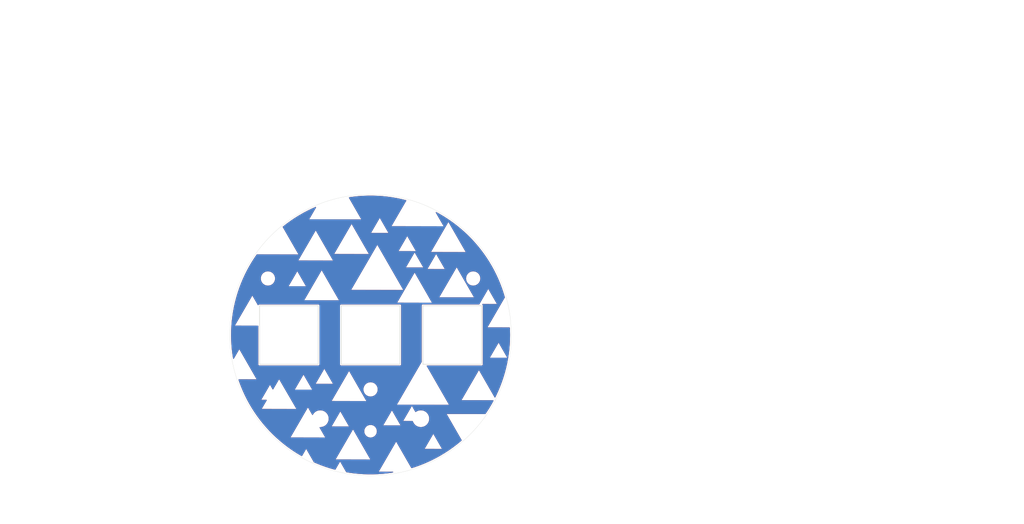
<source format=kicad_pcb>
(kicad_pcb (version 20221018) (generator pcbnew)
  (title_block (title "RP2040 Minimal Design Example") (date "2020-07-13") (rev "REV1") (company "Raspberry Pi (Trading) Ltd"))
  (layers (0 "F.Cu" signal) (31 "B.Cu" signal) (34 "B.Paste" user) (35 "F.Paste" user) (36 "B.SilkS" user "B.Silkscreen") (37 "F.SilkS" user "F.Silkscreen") (38 "B.Mask" user) (39 "F.Mask" user) (44 "Edge.Cuts" user))
  (net 0 "")
  (net 1 "GND")
  (footprint "Button_Switch_Keyboard:SW_Lekker_1.00u_Plate" (layer "F.Cu") (at 80.5 100)
    (fp_text reference "REF**" hide)
    (fp_text value "SW_Lekker_1.00u_Plate")
    (fp_rect (start -7 -7) (end 7 7) (stroke (width 0.12)) (fill none) (layer "Edge.Cuts"))
  )
  (footprint "Button_Switch_Keyboard:SW_Lekker_1.00u_Plate" (layer "F.Cu") (at 100 100)
    (fp_text reference "REF**" hide)
    (fp_text value "SW_Lekker_1.00u_Plate")
    (fp_rect (start -7 -7) (end 7 7) (stroke (width 0.12)) (fill none) (layer "Edge.Cuts"))
  )
  (footprint "MountingHole:MountingHole_3.7mm" (layer "F.Cu") (at 88 120)
    (fp_text reference "REF**" hide)
    (fp_text value "MountingHole_3.7mm")
    (pad "" np_thru_hole circle (at 0 0) (size 3.8 3.8) (drill 3.8) (layers "F&B.Cu" "*.Mask"))
  )
  (footprint "MountingHole:MountingHole_3.7mm" (layer "F.Cu") (at 112 120)
    (fp_text reference "REF**" hide)
    (fp_text value "MountingHole_3.7mm")
    (pad "" np_thru_hole circle (at 0 0) (size 3.8 3.8) (drill 3.8) (layers "*.Cu" "*.Mask"))
  )
  (footprint "Button_Switch_Keyboard:SW_Lekker_1.00u_Plate" (layer "F.Cu") (at 119.5 100)
    (fp_text reference "REF**" hide)
    (fp_text value "SW_Lekker_1.00u_Plate")
    (fp_rect (start -7 -7) (end 7 7) (stroke (width 0.12)) (fill none) (layer "Edge.Cuts"))
  )
  (footprint "MountingHole:MountingHole_2.7mm" (layer "F.Cu") (at 100 123)
    (fp_text reference "REF**" hide)
    (fp_text value "MountingHole_2.7mm")
    (pad "" np_thru_hole circle (at 0 0) (size 2.8 2.8) (drill 2.8) (layers "F&B.Cu" "*.Mask"))
  )
  (footprint "MountingHole:MountingHole_3.2mm_M3" (layer "B.Cu") (at 100 113 180)
    (fp_text reference "H3" hide)
    (fp_text value "MountingHole_3.2mm_M3")
    (pad "" np_thru_hole circle (at 0 0 180) (size 3.2 3.2) (drill 3.2) (layers "*.Cu" "*.Mask"))
  )
  (footprint "MountingHole:MountingHole_3.2mm_M3" (layer "B.Cu") (at 124.5 86.5 180)
    (fp_text reference "H2" hide)
    (fp_text value "MountingHole_3.2mm_M3")
    (pad "" np_thru_hole circle (at 0 0 180) (size 3.2 3.2) (drill 3.2) (layers "*.Cu" "*.Mask"))
  )
  (footprint "MountingHole:MountingHole_3.2mm_M3" (layer "B.Cu") (at 75.5 86.5 180)
    (fp_text reference "H1" hide)
    (fp_text value "MountingHole_3.2mm_M3")
    (pad "" np_thru_hole circle (at 0 0 180) (size 3.2 3.2) (drill 3.2) (layers "*.Cu" "*.Mask"))
  )
  (gr_circle (center 100 100) (end 133.6 100) (stroke (width 0.05)) (fill none) (layer "Edge.Cuts"))
  (zone (net 0) (net_name "") (layers "F&B.Cu") (connect_pads (clearance 0)) (min_thickness 0.25)
    (keepout (tracks not_allowed) (vias not_allowed) (pads not_allowed) (copperpour not_allowed) (footprints allowed))
    (fill (thermal_gap 0.5) (thermal_bridge_width 0.5))
    (polygon (pts (xy 82.51 84.77) (xy 80.429159 88.356133) (xy 84.575262 88.365128)))
  )
  (zone (net 0) (net_name "") (layers "F&B.Cu") (connect_pads (clearance 0)) (min_thickness 0.25)
    (keepout (tracks not_allowed) (vias not_allowed) (pads not_allowed) (copperpour not_allowed) (footprints allowed))
    (fill (thermal_gap 0.5) (thermal_bridge_width 0.5))
    (polygon (pts (xy 22.495944 41.412769) (xy 26.657626 34.240505) (xy 30.78815 41.430759)))
  )
  (zone (net 0) (net_name "") (layers "F&B.Cu") (connect_pads (clearance 0)) (min_thickness 0.25)
    (keepout (tracks not_allowed) (vias not_allowed) (pads not_allowed) (copperpour not_allowed) (footprints allowed))
    (fill (thermal_gap 0.5) (thermal_bridge_width 0.5))
    (polygon (pts (xy 75.990841 111.903867) (xy 73.91 115.49) (xy 78.056103 115.498995)))
  )
  (zone (net 0) (net_name "") (layers "F&B.Cu") (connect_pads (clearance 0)) (min_thickness 0.25)
    (keepout (tracks not_allowed) (vias not_allowed) (pads not_allowed) (copperpour not_allowed) (footprints allowed))
    (fill (thermal_gap 0.5) (thermal_bridge_width 0.5))
    (polygon (pts (xy 84.630841 127.223867) (xy 82.55 130.81) (xy 86.696103 130.818995)))
  )
  (zone (net 0) (net_name "") (layers "F&B.Cu") (connect_pads (clearance 0)) (min_thickness 0.25)
    (keepout (tracks not_allowed) (vias not_allowed) (pads not_allowed) (copperpour not_allowed) (footprints allowed))
    (fill (thermal_gap 0.5) (thermal_bridge_width 0.5))
    (polygon (pts (xy 130.564738 101.844872) (xy 128.483897 105.431005) (xy 132.63 105.44)))
  )
  (zone (net 0) (net_name "") (layers "F&B.Cu") (connect_pads (clearance 0)) (min_thickness 0.25)
    (keepout (tracks not_allowed) (vias not_allowed) (pads not_allowed) (copperpour not_allowed) (footprints allowed))
    (fill (thermal_gap 0.5) (thermal_bridge_width 0.5))
    (polygon (pts (xy 91.652651 129.732753) (xy 95.814333 122.560489) (xy 99.944857 129.750743)))
  )
  (zone (net 0) (net_name "") (layers "F&B.Cu") (connect_pads (clearance 0)) (min_thickness 0.25)
    (keepout (tracks not_allowed) (vias not_allowed) (pads not_allowed) (copperpour not_allowed) (footprints allowed))
    (fill (thermal_gap 0.5) (thermal_bridge_width 0.5))
    (polygon (pts (xy 198.594738 52.284872) (xy 196.513897 55.871005) (xy 200.66 55.88)))
  )
  (zone (net 0) (net_name "") (layers "F&B.Cu") (connect_pads (clearance 0)) (min_thickness 0.25)
    (keepout (tracks not_allowed) (vias not_allowed) (pads not_allowed) (copperpour not_allowed) (footprints allowed))
    (fill (thermal_gap 0.5) (thermal_bridge_width 0.5))
    (polygon (pts (xy 44.015589 42.16402) (xy 52.338953 27.819492) (xy 60.6 42.2)))
  )
  (zone (net 0) (net_name "") (layers "F&B.Cu") (connect_pads (clearance 0)) (min_thickness 0.25)
    (keepout (tracks not_allowed) (vias not_allowed) (pads not_allowed) (copperpour not_allowed) (footprints allowed))
    (fill (thermal_gap 0.5) (thermal_bridge_width 0.5))
    (polygon (pts (xy 95.372257 89.222239) (xy 101.61478 78.463842) (xy 107.810566 89.249224)))
  )
  (zone (net 0) (net_name "") (layers "F&B.Cu") (connect_pads (clearance 0)) (min_thickness 0.25)
    (keepout (tracks not_allowed) (vias not_allowed) (pads not_allowed) (copperpour not_allowed) (footprints allowed))
    (fill (thermal_gap 0.5) (thermal_bridge_width 0.5))
    (polygon (pts (xy 109.868388 116.962351) (xy 107.787547 120.548484) (xy 111.93365 120.557479)))
  )
  (zone (net 0) (net_name "") (layers "F&B.Cu") (connect_pads (clearance 0)) (min_thickness 0.25)
    (keepout (tracks not_allowed) (vias not_allowed) (pads not_allowed) (copperpour not_allowed) (footprints allowed))
    (fill (thermal_gap 0.5) (thermal_bridge_width 0.5))
    (polygon (pts (xy 106.282287 116.655212) (xy 112.52481 105.896815) (xy 118.720596 116.682197)))
  )
  (zone (net 0) (net_name "") (layers "F&B.Cu") (connect_pads (clearance 0)) (min_thickness 0.25)
    (keepout (tracks not_allowed) (vias not_allowed) (pads not_allowed) (copperpour not_allowed) (footprints allowed))
    (fill (thermal_gap 0.5) (thermal_bridge_width 0.5))
    (polygon (pts (xy 108.754738 76.374872) (xy 106.673897 79.961005) (xy 110.82 79.97)))
  )
  (zone (net 0) (net_name "") (layers "F&B.Cu") (connect_pads (clearance 0)) (min_thickness 0.25)
    (keepout (tracks not_allowed) (vias not_allowed) (pads not_allowed) (copperpour not_allowed) (footprints allowed))
    (fill (thermal_gap 0.5) (thermal_bridge_width 0.5))
    (polygon (pts (xy 21.372114 56.890007) (xy 27.614637 46.13161) (xy 33.810423 56.916992)))
  )
  (zone (net 0) (net_name "") (layers "F&B.Cu") (connect_pads (clearance 0)) (min_thickness 0.25)
    (keepout (tracks not_allowed) (vias not_allowed) (pads not_allowed) (copperpour not_allowed) (footprints allowed))
    (fill (thermal_gap 0.5) (thermal_bridge_width 0.5))
    (polygon (pts (xy 12.695944 57.012769) (xy 16.857626 49.840505) (xy 20.98815 57.030759)))
  )
  (zone (net 0) (net_name "") (layers "F&B.Cu") (connect_pads (clearance 0)) (min_thickness 0.25)
    (keepout (tracks not_allowed) (vias not_allowed) (pads not_allowed) (copperpour not_allowed) (footprints allowed))
    (fill (thermal_gap 0.5) (thermal_bridge_width 0.5))
    (polygon (pts (xy 90.707794 115.78201) (xy 94.869476 108.609746) (xy 99 115.8)))
  )
  (zone (net 0) (net_name "") (layers "F&B.Cu") (connect_pads (clearance 0)) (min_thickness 0.25)
    (keepout (tracks not_allowed) (vias not_allowed) (pads not_allowed) (copperpour not_allowed) (footprints allowed))
    (fill (thermal_gap 0.5) (thermal_bridge_width 0.5))
    (polygon (pts (xy 87.03 77.35) (xy 84.949159 80.936133) (xy 89.095262 80.945128)))
  )
  (zone (net 0) (net_name "") (layers "F&B.Cu") (connect_pads (clearance 0)) (min_thickness 0.25)
    (keepout (tracks not_allowed) (vias not_allowed) (pads not_allowed) (copperpour not_allowed) (footprints allowed))
    (fill (thermal_gap 0.5) (thermal_bridge_width 0.5))
    (polygon (pts (xy 92.724738 130.244872) (xy 90.643897 133.831005) (xy 94.79 133.84)))
  )
  (zone (net 0) (net_name "") (layers "F&B.Cu") (connect_pads (clearance 0)) (min_thickness 0.25)
    (keepout (tracks not_allowed) (vias not_allowed) (pads not_allowed) (copperpour not_allowed) (footprints allowed))
    (fill (thermal_gap 0.5) (thermal_bridge_width 0.5))
    (polygon (pts (xy 101.696491 83.493505) (xy 99.61565 87.079638) (xy 103.761753 87.088633)))
  )
  (zone (net 0) (net_name "") (layers "F&B.Cu") (connect_pads (clearance 0)) (min_thickness 0.25)
    (keepout (tracks not_allowed) (vias not_allowed) (pads not_allowed) (copperpour not_allowed) (footprints allowed))
    (fill (thermal_gap 0.5) (thermal_bridge_width 0.5))
    (polygon (pts (xy 34.215589 57.76402) (xy 42.538953 43.419492) (xy 50.8 57.8)))
  )
  (zone (net 0) (net_name "") (layers "F&B.Cu") (connect_pads (clearance 0)) (min_thickness 0.25)
    (keepout (tracks not_allowed) (vias not_allowed) (pads not_allowed) (copperpour not_allowed) (footprints allowed))
    (fill (thermal_gap 0.5) (thermal_bridge_width 0.5))
    (polygon (pts (xy 105.1 118.02) (xy 103.019159 121.606133) (xy 107.165262 121.615128)))
  )
  (zone (net 0) (net_name "") (layers "F&B.Cu") (connect_pads (clearance 0)) (min_thickness 0.25)
    (keepout (tracks not_allowed) (vias not_allowed) (pads not_allowed) (copperpour not_allowed) (footprints allowed))
    (fill (thermal_gap 0.5) (thermal_bridge_width 0.5))
    (polygon (pts (xy 92.250841 66.263867) (xy 90.17 69.85) (xy 94.316103 69.858995)))
  )
  (zone (net 0) (net_name "") (layers "F&B.Cu") (connect_pads (clearance 0)) (min_thickness 0.25)
    (keepout (tracks not_allowed) (vias not_allowed) (pads not_allowed) (copperpour not_allowed) (footprints allowed))
    (fill (thermal_gap 0.5) (thermal_bridge_width 0.5))
    (polygon (pts (xy 31.172114 41.290007) (xy 37.414637 30.53161) (xy 43.610423 41.316992)))
  )
  (zone (net 0) (net_name "") (layers "F&B.Cu") (connect_pads (clearance 0)) (min_thickness 0.25)
    (keepout (tracks not_allowed) (vias not_allowed) (pads not_allowed) (copperpour not_allowed) (footprints allowed))
    (fill (thermal_gap 0.5) (thermal_bridge_width 0.5))
    (polygon (pts (xy 88.964738 108.084872) (xy 86.883897 111.671005) (xy 91.03 111.68)))
  )
  (zone (net 0) (net_name "") (layers "F&B.Cu") (connect_pads (clearance 0)) (min_thickness 0.25)
    (keepout (tracks not_allowed) (vias not_allowed) (pads not_allowed) (copperpour not_allowed) (footprints allowed))
    (fill (thermal_gap 0.5) (thermal_bridge_width 0.5))
    (polygon (pts (xy 110.52 80.28) (xy 108.439159 83.866133) (xy 112.585262 83.875128)))
  )
  (zone (net 0) (net_name "") (layers "F&B.Cu") (connect_pads (clearance 0)) (min_thickness 0.25)
    (keepout (tracks not_allowed) (vias not_allowed) (pads not_allowed) (copperpour not_allowed) (footprints allowed))
    (fill (thermal_gap 0.5) (thermal_bridge_width 0.5))
    (polygon (pts (xy 86.215589 42.96402) (xy 94.538953 28.619492) (xy 102.8 43)))
  )
  (zone (net 0) (net_name "") (layers "F&B.Cu") (connect_pads (clearance 0)) (min_thickness 0.25)
    (keepout (tracks not_allowed) (vias not_allowed) (pads not_allowed) (copperpour not_allowed) (footprints allowed))
    (fill (thermal_gap 0.5) (thermal_bridge_width 0.5))
    (polygon (pts (xy 85.351691 72.363015) (xy 91.594214 61.604618) (xy 97.79 72.39)))
  )
  (zone (net 0) (net_name "") (layers "F&B.Cu") (connect_pads (clearance 0)) (min_thickness 0.25)
    (keepout (tracks not_allowed) (vias not_allowed) (pads not_allowed) (copperpour not_allowed) (footprints allowed))
    (fill (thermal_gap 0.5) (thermal_bridge_width 0.5))
    (polygon (pts (xy 83.994738 109.474872) (xy 81.913897 113.061005) (xy 86.06 113.07)))
  )
  (zone (net 0) (net_name "") (layers "F&B.Cu") (connect_pads (clearance 0)) (min_thickness 0.25)
    (keepout (tracks not_allowed) (vias not_allowed) (pads not_allowed) (copperpour not_allowed) (footprints allowed))
    (fill (thermal_gap 0.5) (thermal_bridge_width 0.5))
    (polygon (pts (xy 112.314488 43.849502) (xy 118.557011 33.091105) (xy 124.752797 43.876487)))
  )
  (zone (net 1) (net_name "GND") (layers "F&B.Cu") (priority 1) (connect_pads (clearance 0.2)) (min_thickness 0.2) (fill yes (thermal_gap 0.3) (thermal_bridge_width 0.3))
    (polygon (pts (xy 144.67 145.16) (xy 57.89 144.39) (xy 56.8 56.69) (xy 143.92 57.05)))
  )
  (zone (net 0) (net_name "") (layers "F&B.Cu") (connect_pads (clearance 0)) (min_thickness 0.25)
    (keepout (tracks not_allowed) (vias not_allowed) (pads not_allowed) (copperpour not_allowed) (footprints allowed))
    (fill (thermal_gap 0.5) (thermal_bridge_width 0.5))
    (polygon (pts (xy 115.653778 80.658777) (xy 113.572937 84.24491) (xy 117.71904 84.253905)))
  )
  (zone (net 0) (net_name "") (layers "F&B.Cu") (connect_pads (clearance 0)) (min_thickness 0.25)
    (keepout (tracks not_allowed) (vias not_allowed) (pads not_allowed) (copperpour not_allowed) (footprints allowed))
    (fill (thermal_gap 0.5) (thermal_bridge_width 0.5))
    (polygon (pts (xy 112.845334 110.547069) (xy 110.764493 114.133202) (xy 114.910596 114.142197)))
  )
  (zone (net 0) (net_name "") (layers "F&B.Cu") (connect_pads (clearance 0)) (min_thickness 0.25)
    (keepout (tracks not_allowed) (vias not_allowed) (pads not_allowed) (copperpour not_allowed) (footprints allowed))
    (fill (thermal_gap 0.5) (thermal_bridge_width 0.5))
    (polygon (pts (xy 102.2 72.03) (xy 100.119159 75.616133) (xy 104.265262 75.625128)))
  )
  (zone (net 0) (net_name "") (layers "F&B.Cu") (connect_pads (clearance 0)) (min_thickness 0.25)
    (keepout (tracks not_allowed) (vias not_allowed) (pads not_allowed) (copperpour not_allowed) (footprints allowed))
    (fill (thermal_gap 0.5) (thermal_bridge_width 0.5))
    (polygon (pts (xy 114.422937 80.176207) (xy 118.584619 73.003943) (xy 122.715143 80.194197)))
  )
  (zone (net 0) (net_name "") (layers "F&B.Cu") (connect_pads (clearance 0)) (min_thickness 0.25)
    (keepout (tracks not_allowed) (vias not_allowed) (pads not_allowed) (copperpour not_allowed) (footprints allowed))
    (fill (thermal_gap 0.5) (thermal_bridge_width 0.5))
    (polygon (pts (xy 130.596005 118.897945) (xy 124.353482 129.656342) (xy 118.157696 118.87096)))
  )
  (zone (net 0) (net_name "") (layers "F&B.Cu") (connect_pads (clearance 0)) (min_thickness 0.25)
    (keepout (tracks not_allowed) (vias not_allowed) (pads not_allowed) (copperpour not_allowed) (footprints allowed))
    (fill (thermal_gap 0.5) (thermal_bridge_width 0.5))
    (polygon (pts (xy 193.514738 44.664872) (xy 191.433897 48.251005) (xy 195.58 48.26)))
  )
  (zone (net 0) (net_name "") (layers "F&B.Cu") (connect_pads (clearance 0)) (min_thickness 0.25)
    (keepout (tracks not_allowed) (vias not_allowed) (pads not_allowed) (copperpour not_allowed) (footprints allowed))
    (fill (thermal_gap 0.5) (thermal_bridge_width 0.5))
    (polygon (pts (xy 114.984738 123.634872) (xy 112.903897 127.221005) (xy 117.05 127.23)))
  )
  (zone (net 0) (net_name "") (layers "F&B.Cu") (connect_pads (clearance 0)) (min_thickness 0.25)
    (keepout (tracks not_allowed) (vias not_allowed) (pads not_allowed) (copperpour not_allowed) (footprints allowed))
    (fill (thermal_gap 0.5) (thermal_bridge_width 0.5))
    (polygon (pts (xy 92.785422 118.267193) (xy 90.704581 121.853326) (xy 94.850684 121.862321)))
  )
  (zone (net 0) (net_name "") (layers "F&B.Cu") (connect_pads (clearance 0)) (min_thickness 0.25)
    (keepout (tracks not_allowed) (vias not_allowed) (pads not_allowed) (copperpour not_allowed) (footprints allowed))
    (fill (thermal_gap 0.5) (thermal_bridge_width 0.5))
    (polygon (pts (xy 198.594738 47.204872) (xy 196.513897 50.791005) (xy 200.66 50.8)))
  )
  (zone (net 0) (net_name "") (layers "F&B.Cu") (connect_pads (clearance 0)) (min_thickness 0.25)
    (keepout (tracks not_allowed) (vias not_allowed) (pads not_allowed) (copperpour not_allowed) (footprints allowed))
    (fill (thermal_gap 0.5) (thermal_bridge_width 0.5))
    (polygon (pts (xy 84.168318 91.702264) (xy 88.33 84.53) (xy 92.460524 91.720254)))
  )
  (zone (net 0) (net_name "") (layers "F&B.Cu") (connect_pads (clearance 0)) (min_thickness 0.25)
    (keepout (tracks not_allowed) (vias not_allowed) (pads not_allowed) (copperpour not_allowed) (footprints allowed))
    (fill (thermal_gap 0.5) (thermal_bridge_width 0.5))
    (polygon (pts (xy 128.094738 89.004872) (xy 126.013897 92.591005) (xy 130.16 92.6)))
  )
  (zone (net 0) (net_name "") (layers "F&B.Cu" "B.SilkS") (connect_pads (clearance 0)) (min_thickness 0.25)
    (keepout (tracks not_allowed) (vias not_allowed) (pads not_allowed) (copperpour not_allowed) (footprints allowed))
    (fill (thermal_gap 0.5) (thermal_bridge_width 0.5))
    (polygon (pts (xy 82.747799 82.198731) (xy 86.909481 75.026467) (xy 91.040005 82.216721)))
  )
  (zone (net 0) (net_name "") (layers "F&B.Cu" "F.Mask") (connect_pads (clearance 0)) (min_thickness 0.25)
    (keepout (tracks not_allowed) (vias not_allowed) (pads not_allowed) (copperpour not_allowed) (footprints allowed))
    (fill (thermal_gap 0.5) (thermal_bridge_width 0.5))
    (polygon (pts (xy 105 74) (xy 111.242523 63.241603) (xy 117.438309 74.026985)))
  )
  (zone (net 0) (net_name "") (layers "F&B.Cu" "F.Mask") (connect_pads (clearance 0)) (min_thickness 0.25)
    (keepout (tracks not_allowed) (vias not_allowed) (pads not_allowed) (copperpour not_allowed) (footprints allowed))
    (fill (thermal_gap 0.5) (thermal_bridge_width 0.5))
    (polygon (pts (xy 116.4 91) (xy 120.561682 83.827736) (xy 124.692206 91.01799)))
  )
  (zone (net 0) (net_name "") (layers "F&B.Cu" "F.Mask") (connect_pads (clearance 0)) (min_thickness 0.25)
    (keepout (tracks not_allowed) (vias not_allowed) (pads not_allowed) (copperpour not_allowed) (footprints allowed))
    (fill (thermal_gap 0.5) (thermal_bridge_width 0.5))
    (polygon (pts (xy 227.625312 54.90166) (xy 235.948676 40.557132) (xy 244.209723 54.93764)))
  )
  (zone (net 0) (net_name "") (layers "F&B.Cu" "F.Mask") (connect_pads (clearance 0)) (min_thickness 0.25)
    (keepout (tracks not_allowed) (vias not_allowed) (pads not_allowed) (copperpour not_allowed) (footprints allowed))
    (fill (thermal_gap 0.5) (thermal_bridge_width 0.5))
    (polygon (pts (xy 91.309834 80.649305) (xy 95.471516 73.477041) (xy 99.60204 80.667295)))
  )
  (zone (net 0) (net_name "") (layers "F&B.Cu" "F.Mask") (connect_pads (clearance 0)) (min_thickness 0.25)
    (keepout (tracks not_allowed) (vias not_allowed) (pads not_allowed) (copperpour not_allowed) (footprints allowed))
    (fill (thermal_gap 0.5) (thermal_bridge_width 0.5))
    (polygon (pts (xy 243.561691 60.373015) (xy 249.804214 49.614618) (xy 256 60.4)))
  )
  (zone (net 0) (net_name "") (layers "F&B.Cu" "F.Mask") (connect_pads (clearance 0)) (min_thickness 0.25)
    (keepout (tracks not_allowed) (vias not_allowed) (pads not_allowed) (copperpour not_allowed) (footprints allowed))
    (fill (thermal_gap 0.5) (thermal_bridge_width 0.5))
    (polygon (pts (xy 64.507794 110.58201) (xy 68.669476 103.409746) (xy 72.8 110.6)))
  )
  (zone (net 0) (net_name "") (layers "F&B.Cu" "F.Mask") (connect_pads (clearance 0)) (min_thickness 0.25)
    (keepout (tracks not_allowed) (vias not_allowed) (pads not_allowed) (copperpour not_allowed) (footprints allowed))
    (fill (thermal_gap 0.5) (thermal_bridge_width 0.5))
    (polygon (pts (xy 80.887794 124.48201) (xy 85.049476 117.309746) (xy 89.18 124.5)))
  )
  (zone (net 0) (net_name "") (layers "F&B.Cu" "F.Mask") (connect_pads (clearance 0)) (min_thickness 0.25)
    (keepout (tracks not_allowed) (vias not_allowed) (pads not_allowed) (copperpour not_allowed) (footprints allowed))
    (fill (thermal_gap 0.5) (thermal_bridge_width 0.5))
    (polygon (pts (xy 70.35145 80.738231) (xy 76.593973 69.979834) (xy 82.789759 80.765216)))
  )
  (zone (net 0) (net_name "") (layers "F&B.Cu" "F.Mask") (connect_pads (clearance 0)) (min_thickness 0.25)
    (keepout (tracks not_allowed) (vias not_allowed) (pads not_allowed) (copperpour not_allowed) (footprints allowed))
    (fill (thermal_gap 0.5) (thermal_bridge_width 0.5))
    (polygon (pts (xy 160.506842 116.478523) (xy 168.830206 102.133995) (xy 177.091253 116.514503)))
  )
  (zone (net 0) (net_name "") (layers "F&B.Cu" "F.Mask") (connect_pads (clearance 0)) (min_thickness 0.25)
    (keepout (tracks not_allowed) (vias not_allowed) (pads not_allowed) (copperpour not_allowed) (footprints allowed))
    (fill (thermal_gap 0.5) (thermal_bridge_width 0.5))
    (polygon (pts (xy 121.707794 115.58201) (xy 125.869476 108.409746) (xy 130 115.6)))
  )
  (zone (net 0) (net_name "") (layers "F&B.Cu" "F.Mask") (connect_pads (clearance 0)) (min_thickness 0.25)
    (keepout (tracks not_allowed) (vias not_allowed) (pads not_allowed) (copperpour not_allowed) (footprints allowed))
    (fill (thermal_gap 0.5) (thermal_bridge_width 0.5))
    (polygon (pts (xy 74.008318 117.672264) (xy 78.17 110.58) (xy 82.300524 117.690254)))
  )
  (zone (net 0) (net_name "") (layers "F&B.Cu" "F.Mask") (connect_pads (clearance 0)) (min_thickness 0.25)
    (keepout (tracks not_allowed) (vias not_allowed) (pads not_allowed) (copperpour not_allowed) (footprints allowed))
    (fill (thermal_gap 0.5) (thermal_bridge_width 0.5))
    (polygon (pts (xy 127.907794 98.18201) (xy 132.069476 91.009746) (xy 136.2 98.2)))
  )
  (zone (net 0) (net_name "") (layers "F&B.Cu" "F.Mask") (connect_pads (clearance 0)) (min_thickness 0.25)
    (keepout (tracks not_allowed) (vias not_allowed) (pads not_allowed) (copperpour not_allowed) (footprints allowed))
    (fill (thermal_gap 0.5) (thermal_bridge_width 0.5))
    (polygon (pts (xy 165.825312 95.50166) (xy 174.148676 81.157132) (xy 182.409723 95.53764)))
  )
  (zone (net 0) (net_name "") (layers "F&B.Cu" "F.Mask") (connect_pads (clearance 0)) (min_thickness 0.25)
    (keepout (tracks not_allowed) (vias not_allowed) (pads not_allowed) (copperpour not_allowed) (footprints allowed))
    (fill (thermal_gap 0.5) (thermal_bridge_width 0.5))
    (polygon (pts (xy 106.359085 92.266164) (xy 110.520767 85.0939) (xy 114.651291 92.284154)))
  )
  (zone (net 0) (net_name "") (layers "F&B.Cu" "F.Mask") (connect_pads (clearance 0)) (min_thickness 0.25)
    (keepout (tracks not_allowed) (vias not_allowed) (pads not_allowed) (copperpour not_allowed) (footprints allowed))
    (fill (thermal_gap 0.5) (thermal_bridge_width 0.5))
    (polygon (pts (xy 192.188986 94.144439) (xy 200.51235 79.799911) (xy 208.773397 94.180419)))
  )
  (zone (net 0) (net_name "") (layers "F&B.Cu" "F.Mask") (connect_pads (clearance 0)) (min_thickness 0.25)
    (keepout (tracks not_allowed) (vias not_allowed) (pads not_allowed) (copperpour not_allowed) (footprints allowed))
    (fill (thermal_gap 0.5) (thermal_bridge_width 0.5))
    (polygon (pts (xy 67.615813 97.756763) (xy 71.777495 90.584499) (xy 75.908019 97.774753)))
  )
  (zone (net 0) (net_name "") (layers "F&B.Cu" "F.Mask") (connect_pads (clearance 0)) (min_thickness 0.25)
    (keepout (tracks not_allowed) (vias not_allowed) (pads not_allowed) (copperpour not_allowed) (footprints allowed))
    (fill (thermal_gap 0.5) (thermal_bridge_width 0.5))
    (polygon (pts (xy 178.225312 34.30166) (xy 186.548676 19.957132) (xy 194.809723 34.33764)))
  )
  (zone (net 0) (net_name "") (layers "F&B.Cu" "F.Mask") (connect_pads (clearance 0)) (min_thickness 0.25)
    (keepout (tracks not_allowed) (vias not_allowed) (pads not_allowed) (copperpour not_allowed) (footprints allowed))
    (fill (thermal_gap 0.5) (thermal_bridge_width 0.5))
    (polygon (pts (xy 11.537477 106.008397) (xy 17.78 95.25) (xy 23.975786 106.035382)))
  )
  (zone (net 0) (net_name "") (layers "F&B.Cu" "F.Mask") (connect_pads (clearance 0)) (min_thickness 0.25)
    (keepout (tracks not_allowed) (vias not_allowed) (pads not_allowed) (copperpour not_allowed) (footprints allowed))
    (fill (thermal_gap 0.5) (thermal_bridge_width 0.5))
    (polygon (pts (xy 101.944825 132.665418) (xy 106.106507 125.493154) (xy 110.237031 132.683408)))
  )
  (zone (net 0) (net_name "") (layers "F&B.Cu" "F.Mask") (connect_pads (clearance 0)) (min_thickness 0.25)
    (keepout (tracks not_allowed) (vias not_allowed) (pads not_allowed) (copperpour not_allowed) (footprints allowed))
    (fill (thermal_gap 0.5) (thermal_bridge_width 0.5))
    (polygon (pts (xy 90.707794 115.78201) (xy 94.869476 108.609746) (xy 99 115.8)))
  )
  (zone (net 0) (net_name "") (layers "F&B.Cu" "F.Mask") (connect_pads (clearance 0)) (min_thickness 0.25)
    (keepout (tracks not_allowed) (vias not_allowed) (pads not_allowed) (copperpour not_allowed) (footprints allowed))
    (fill (thermal_gap 0.5) (thermal_bridge_width 0.5))
    (polygon (pts (xy 204.825312 73.30166) (xy 213.148676 58.957132) (xy 221.409723 73.33764)))
  )
)
</source>
